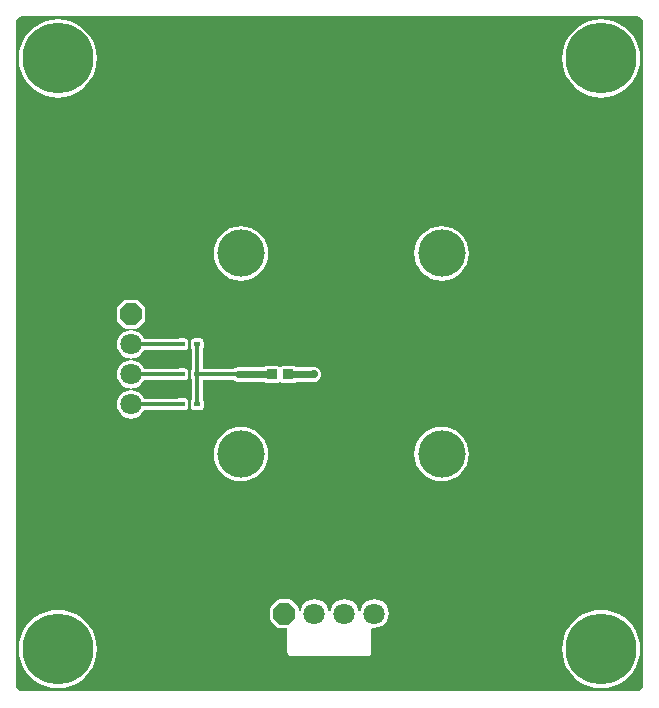
<source format=gbl>
G04 Layer_Physical_Order=2*
G04 Layer_Color=16711680*
%FSLAX44Y44*%
%MOMM*%
G71*
G01*
G75*
%ADD11C,0.6000*%
%ADD12C,4.0000*%
%ADD13P,1.9483X8X292.5*%
%ADD14C,1.8000*%
%ADD15P,1.9483X8X22.5*%
%ADD16C,6.0000*%
%ADD17C,0.7000*%
%ADD18R,0.8500X0.8500*%
%ADD19R,0.5000X0.4000*%
%ADD20C,0.3000*%
G36*
X537186Y585278D02*
X539040Y584040D01*
X540278Y582186D01*
X540680Y580167D01*
X540646Y580000D01*
Y20000D01*
X540680Y19833D01*
X540278Y17814D01*
X539040Y15960D01*
X537186Y14722D01*
X536199Y14526D01*
X535000Y14354D01*
Y14354D01*
X15000D01*
X14833Y14320D01*
X12814Y14722D01*
X10961Y15960D01*
X9722Y17814D01*
X9526Y18801D01*
X9354Y20000D01*
X9354D01*
Y580000D01*
X9320Y580167D01*
X9722Y582186D01*
X10961Y584040D01*
X12814Y585278D01*
X14833Y585680D01*
X15000Y585646D01*
X535000D01*
X535167Y585680D01*
X537186Y585278D01*
D02*
G37*
%LPC*%
G36*
X200000Y238111D02*
X195491Y237667D01*
X191156Y236352D01*
X187160Y234216D01*
X183658Y231342D01*
X180784Y227840D01*
X178648Y223844D01*
X177333Y219509D01*
X176889Y215000D01*
X177333Y210491D01*
X178648Y206156D01*
X180784Y202160D01*
X183658Y198658D01*
X187160Y195784D01*
X191156Y193648D01*
X195491Y192333D01*
X200000Y191889D01*
X204509Y192333D01*
X208844Y193648D01*
X212840Y195784D01*
X216342Y198658D01*
X219216Y202160D01*
X221352Y206156D01*
X222667Y210491D01*
X223111Y215000D01*
X222667Y219509D01*
X221352Y223844D01*
X219216Y227840D01*
X216342Y231342D01*
X212840Y234216D01*
X208844Y236352D01*
X204509Y237667D01*
X200000Y238111D01*
D02*
G37*
G36*
X370000D02*
X365491Y237667D01*
X361156Y236352D01*
X357160Y234216D01*
X353658Y231342D01*
X350784Y227840D01*
X348648Y223844D01*
X347333Y219509D01*
X346889Y215000D01*
X347333Y210491D01*
X348648Y206156D01*
X350784Y202160D01*
X353658Y198658D01*
X357160Y195784D01*
X361156Y193648D01*
X365491Y192333D01*
X370000Y191889D01*
X374509Y192333D01*
X378844Y193648D01*
X382840Y195784D01*
X386342Y198658D01*
X389216Y202160D01*
X391352Y206156D01*
X392667Y210491D01*
X393111Y215000D01*
X392667Y219509D01*
X391352Y223844D01*
X389216Y227840D01*
X386342Y231342D01*
X382840Y234216D01*
X378844Y236352D01*
X374509Y237667D01*
X370000Y238111D01*
D02*
G37*
G36*
X313100Y92104D02*
X309967Y91691D01*
X307048Y90482D01*
X304542Y88559D01*
X302618Y86052D01*
X301409Y83133D01*
X301116Y80905D01*
X301040Y80334D01*
X299760D01*
X299685Y80905D01*
X299391Y83133D01*
X298182Y86052D01*
X296259Y88559D01*
X293752Y90482D01*
X290833Y91691D01*
X287700Y92104D01*
X284567Y91691D01*
X281648Y90482D01*
X279142Y88559D01*
X277218Y86052D01*
X276009Y83133D01*
X275716Y80905D01*
X275641Y80334D01*
X274360D01*
X274284Y80905D01*
X273991Y83133D01*
X272782Y86052D01*
X270858Y88559D01*
X268352Y90482D01*
X265433Y91691D01*
X262300Y92104D01*
X259167Y91691D01*
X256248Y90482D01*
X253742Y88559D01*
X251818Y86052D01*
X250609Y83133D01*
X250362Y81255D01*
X249656Y80910D01*
X249029Y80862D01*
X248959Y80944D01*
Y84500D01*
X248959Y84500D01*
X248726Y85670D01*
X248063Y86663D01*
X243563Y91163D01*
X242571Y91826D01*
X241400Y92059D01*
X232400D01*
X232400Y92059D01*
X231229Y91826D01*
X230237Y91163D01*
X225737Y86663D01*
X225074Y85670D01*
X224841Y84500D01*
Y75500D01*
X224841Y75500D01*
X225074Y74330D01*
X225737Y73337D01*
X230237Y68837D01*
X231229Y68174D01*
X232400Y67941D01*
X238833D01*
X239441Y67200D01*
Y47200D01*
X239674Y46029D01*
X240337Y45037D01*
X241329Y44374D01*
X242500Y44141D01*
X307500D01*
X308671Y44374D01*
X309663Y45037D01*
X310326Y46029D01*
X310559Y47200D01*
Y66950D01*
X311352Y68046D01*
X311418Y68118D01*
X313100Y67896D01*
X316233Y68309D01*
X319152Y69518D01*
X321659Y71441D01*
X323582Y73948D01*
X324791Y76867D01*
X325204Y80000D01*
X324791Y83133D01*
X323582Y86052D01*
X321659Y88559D01*
X319152Y90482D01*
X316233Y91691D01*
X313100Y92104D01*
D02*
G37*
G36*
X45000Y83102D02*
X39822Y82695D01*
X34771Y81482D01*
X29972Y79494D01*
X25543Y76780D01*
X21593Y73407D01*
X18220Y69457D01*
X15506Y65028D01*
X13518Y60229D01*
X12306Y55178D01*
X11898Y50000D01*
X12306Y44822D01*
X13518Y39771D01*
X15506Y34972D01*
X18220Y30543D01*
X21593Y26593D01*
X25543Y23220D01*
X29972Y20506D01*
X34771Y18518D01*
X39822Y17306D01*
X45000Y16898D01*
X50178Y17306D01*
X55229Y18518D01*
X60028Y20506D01*
X64457Y23220D01*
X68407Y26593D01*
X71780Y30543D01*
X74494Y34972D01*
X76482Y39771D01*
X77695Y44822D01*
X78102Y50000D01*
X77695Y55178D01*
X76482Y60229D01*
X74494Y65028D01*
X71780Y69457D01*
X68407Y73407D01*
X64457Y76780D01*
X60028Y79494D01*
X55229Y81482D01*
X50178Y82695D01*
X45000Y83102D01*
D02*
G37*
G36*
X505000D02*
X499822Y82695D01*
X494771Y81482D01*
X489972Y79494D01*
X485543Y76780D01*
X481593Y73407D01*
X478220Y69457D01*
X475506Y65028D01*
X473518Y60229D01*
X472306Y55178D01*
X471898Y50000D01*
X472306Y44822D01*
X473518Y39771D01*
X475506Y34972D01*
X478220Y30543D01*
X481593Y26593D01*
X485543Y23220D01*
X489972Y20506D01*
X494771Y18518D01*
X499822Y17306D01*
X505000Y16898D01*
X510178Y17306D01*
X515229Y18518D01*
X520028Y20506D01*
X524457Y23220D01*
X528407Y26593D01*
X531780Y30543D01*
X534494Y34972D01*
X536482Y39771D01*
X537695Y44822D01*
X538102Y50000D01*
X537695Y55178D01*
X536482Y60229D01*
X534494Y65028D01*
X531780Y69457D01*
X528407Y73407D01*
X524457Y76780D01*
X520028Y79494D01*
X515229Y81482D01*
X510178Y82695D01*
X505000Y83102D01*
D02*
G37*
G36*
X165500Y313059D02*
X160500D01*
X159330Y312826D01*
X158337Y312163D01*
X157674Y311171D01*
X157441Y310000D01*
Y306000D01*
X157674Y304830D01*
X158337Y303837D01*
X158412Y303787D01*
Y286713D01*
X158337Y286663D01*
X157674Y285671D01*
X157441Y284500D01*
Y280500D01*
X157674Y279329D01*
X158337Y278337D01*
X158412Y278287D01*
Y261463D01*
X158337Y261413D01*
X157674Y260420D01*
X157441Y259250D01*
Y255250D01*
X157674Y254079D01*
X158337Y253087D01*
X159330Y252424D01*
X160500Y252191D01*
X165500D01*
X166671Y252424D01*
X167663Y253087D01*
X168326Y254079D01*
X168559Y255250D01*
Y259250D01*
X168326Y260420D01*
X167663Y261413D01*
X167588Y261463D01*
Y277912D01*
X193317D01*
X194909Y276848D01*
X197250Y276383D01*
X219640D01*
X219837Y276087D01*
X220830Y275424D01*
X222000Y275191D01*
X230500D01*
X231671Y275424D01*
X232663Y276087D01*
X233837D01*
X234830Y275424D01*
X236000Y275191D01*
X244500D01*
X245671Y275424D01*
X246663Y276087D01*
X246860Y276383D01*
X259284D01*
X259803Y276167D01*
X261500Y275944D01*
X263197Y276167D01*
X264778Y276822D01*
X266136Y277864D01*
X267178Y279222D01*
X267833Y280803D01*
X268056Y282500D01*
X267833Y284197D01*
X267178Y285778D01*
X266136Y287136D01*
X264778Y288178D01*
X263197Y288833D01*
X261500Y289056D01*
X259803Y288833D01*
X259284Y288617D01*
X246860D01*
X246663Y288913D01*
X245671Y289576D01*
X244500Y289809D01*
X236000D01*
X234830Y289576D01*
X233837Y288913D01*
X232663D01*
X231671Y289576D01*
X230500Y289809D01*
X222000D01*
X220830Y289576D01*
X219837Y288913D01*
X219640Y288617D01*
X197250D01*
X194909Y288152D01*
X193317Y287088D01*
X167588D01*
Y303787D01*
X167663Y303837D01*
X168326Y304830D01*
X168559Y306000D01*
Y310000D01*
X168326Y311171D01*
X167663Y312163D01*
X166671Y312826D01*
X165500Y313059D01*
D02*
G37*
G36*
X45000Y583102D02*
X39822Y582695D01*
X34771Y581482D01*
X29972Y579494D01*
X25543Y576780D01*
X21593Y573407D01*
X18220Y569457D01*
X15506Y565028D01*
X13518Y560229D01*
X12306Y555178D01*
X11898Y550000D01*
X12306Y544822D01*
X13518Y539771D01*
X15506Y534972D01*
X18220Y530543D01*
X21593Y526593D01*
X25543Y523220D01*
X29972Y520506D01*
X34771Y518518D01*
X39822Y517305D01*
X45000Y516898D01*
X50178Y517305D01*
X55229Y518518D01*
X60028Y520506D01*
X64457Y523220D01*
X68407Y526593D01*
X71780Y530543D01*
X74494Y534972D01*
X76482Y539771D01*
X77695Y544822D01*
X78102Y550000D01*
X77695Y555178D01*
X76482Y560229D01*
X74494Y565028D01*
X71780Y569457D01*
X68407Y573407D01*
X64457Y576780D01*
X60028Y579494D01*
X55229Y581482D01*
X50178Y582695D01*
X45000Y583102D01*
D02*
G37*
G36*
X505000D02*
X499822Y582695D01*
X494771Y581482D01*
X489972Y579494D01*
X485543Y576780D01*
X481593Y573407D01*
X478220Y569457D01*
X475506Y565028D01*
X473518Y560229D01*
X472306Y555178D01*
X471898Y550000D01*
X472306Y544822D01*
X473518Y539771D01*
X475506Y534972D01*
X478220Y530543D01*
X481593Y526593D01*
X485543Y523220D01*
X489972Y520506D01*
X494771Y518518D01*
X499822Y517305D01*
X505000Y516898D01*
X510178Y517305D01*
X515229Y518518D01*
X520028Y520506D01*
X524457Y523220D01*
X528407Y526593D01*
X531780Y530543D01*
X534494Y534972D01*
X536482Y539771D01*
X537695Y544822D01*
X538102Y550000D01*
X537695Y555178D01*
X536482Y560229D01*
X534494Y565028D01*
X531780Y569457D01*
X528407Y573407D01*
X524457Y576780D01*
X520028Y579494D01*
X515229Y581482D01*
X510178Y582695D01*
X505000Y583102D01*
D02*
G37*
G36*
X370000Y408111D02*
X365491Y407667D01*
X361156Y406352D01*
X357160Y404216D01*
X353658Y401342D01*
X350784Y397840D01*
X348648Y393844D01*
X347333Y389509D01*
X346889Y385000D01*
X347333Y380491D01*
X348648Y376156D01*
X350784Y372160D01*
X353658Y368658D01*
X357160Y365784D01*
X361156Y363648D01*
X365491Y362333D01*
X370000Y361889D01*
X374509Y362333D01*
X378844Y363648D01*
X382840Y365784D01*
X386342Y368658D01*
X389216Y372160D01*
X391352Y376156D01*
X392667Y380491D01*
X393111Y385000D01*
X392667Y389509D01*
X391352Y393844D01*
X389216Y397840D01*
X386342Y401342D01*
X382840Y404216D01*
X378844Y406352D01*
X374509Y407667D01*
X370000Y408111D01*
D02*
G37*
G36*
X102500Y345409D02*
X101329Y345176D01*
X100337Y344513D01*
X95837Y340013D01*
X95174Y339021D01*
X94941Y337850D01*
Y328850D01*
X94941Y328850D01*
X95174Y327679D01*
X95837Y326687D01*
X100337Y322187D01*
X101329Y321524D01*
X102500Y321291D01*
X106671D01*
X106755Y320021D01*
X106038Y319927D01*
X103867Y319641D01*
X100948Y318432D01*
X98442Y316509D01*
X96518Y314002D01*
X95309Y311083D01*
X94896Y307950D01*
X95309Y304817D01*
X96518Y301898D01*
X98442Y299391D01*
X100948Y297468D01*
X103867Y296259D01*
X106095Y295966D01*
X106666Y295890D01*
Y294610D01*
X106096Y294534D01*
X103867Y294241D01*
X100948Y293032D01*
X98442Y291108D01*
X96518Y288602D01*
X95309Y285683D01*
X94896Y282550D01*
X95309Y279417D01*
X96518Y276498D01*
X98442Y273992D01*
X100948Y272068D01*
X103867Y270859D01*
X106095Y270566D01*
X106666Y270490D01*
Y269210D01*
X106096Y269134D01*
X103867Y268841D01*
X100948Y267632D01*
X98442Y265709D01*
X96518Y263202D01*
X95309Y260283D01*
X94896Y257150D01*
X95309Y254017D01*
X96518Y251098D01*
X98442Y248591D01*
X100948Y246668D01*
X103867Y245459D01*
X107000Y245047D01*
X110133Y245459D01*
X113052Y246668D01*
X115559Y248591D01*
X117482Y251098D01*
X118088Y252562D01*
X146123D01*
X146329Y252424D01*
X147500Y252191D01*
X152500D01*
X153671Y252424D01*
X154663Y253087D01*
X155326Y254079D01*
X155559Y255250D01*
Y259250D01*
X155326Y260420D01*
X154663Y261413D01*
X153671Y262076D01*
X152500Y262309D01*
X147500D01*
X146329Y262076D01*
X145824Y261738D01*
X118088D01*
X117482Y263202D01*
X115559Y265709D01*
X113052Y267632D01*
X110133Y268841D01*
X107905Y269134D01*
X107334Y269210D01*
Y270490D01*
X107905Y270566D01*
X110133Y270859D01*
X113052Y272068D01*
X115559Y273992D01*
X117482Y276498D01*
X118088Y277962D01*
X145899D01*
X146329Y277674D01*
X147500Y277441D01*
X152500D01*
X153671Y277674D01*
X154663Y278337D01*
X155326Y279329D01*
X155559Y280500D01*
Y284500D01*
X155326Y285671D01*
X154663Y286663D01*
X153671Y287326D01*
X152500Y287559D01*
X147500D01*
X146329Y287326D01*
X146048Y287138D01*
X118088D01*
X117482Y288602D01*
X115559Y291108D01*
X113052Y293032D01*
X110133Y294241D01*
X107905Y294534D01*
X107334Y294610D01*
Y295890D01*
X107905Y295966D01*
X110133Y296259D01*
X113052Y297468D01*
X115559Y299391D01*
X117482Y301898D01*
X118088Y303362D01*
X146048D01*
X146329Y303174D01*
X147500Y302941D01*
X152500D01*
X153671Y303174D01*
X154663Y303837D01*
X155326Y304830D01*
X155559Y306000D01*
Y310000D01*
X155326Y311171D01*
X154663Y312163D01*
X153671Y312826D01*
X152500Y313059D01*
X147500D01*
X146329Y312826D01*
X145899Y312538D01*
X118088D01*
X117482Y314002D01*
X115559Y316509D01*
X113052Y318432D01*
X110133Y319641D01*
X107962Y319927D01*
X107245Y320021D01*
X107329Y321291D01*
X111500D01*
X111500Y321291D01*
X112671Y321524D01*
X113663Y322187D01*
X118163Y326687D01*
X118826Y327679D01*
X119059Y328850D01*
Y337850D01*
X119059Y337850D01*
X118826Y339021D01*
X118163Y340013D01*
X113663Y344513D01*
X112671Y345176D01*
X111500Y345409D01*
X102500D01*
X102500Y345409D01*
D02*
G37*
G36*
X200000Y408111D02*
X195491Y407667D01*
X191156Y406352D01*
X187160Y404216D01*
X183658Y401342D01*
X180784Y397840D01*
X178648Y393844D01*
X177333Y389509D01*
X176889Y385000D01*
X177333Y380491D01*
X178648Y376156D01*
X180784Y372160D01*
X183658Y368658D01*
X187160Y365784D01*
X191156Y363648D01*
X195491Y362333D01*
X200000Y361889D01*
X204509Y362333D01*
X208844Y363648D01*
X212840Y365784D01*
X216342Y368658D01*
X219216Y372160D01*
X221352Y376156D01*
X222667Y380491D01*
X223111Y385000D01*
X222667Y389509D01*
X221352Y393844D01*
X219216Y397840D01*
X216342Y401342D01*
X212840Y404216D01*
X208844Y406352D01*
X204509Y407667D01*
X200000Y408111D01*
D02*
G37*
%LPD*%
D11*
X240250Y282500D02*
X261500D01*
X197250D02*
X226250D01*
D12*
X370000Y215000D02*
D03*
Y385000D02*
D03*
X200000D02*
D03*
Y215000D02*
D03*
D13*
X107000Y333350D02*
D03*
D14*
Y307950D02*
D03*
Y282550D02*
D03*
Y257150D02*
D03*
X313100Y80000D02*
D03*
X287700D02*
D03*
X262300D02*
D03*
D15*
X236900D02*
D03*
D16*
X505000Y550000D02*
D03*
X45000D02*
D03*
Y50000D02*
D03*
X505000D02*
D03*
D17*
X261500Y282500D02*
D03*
D18*
X226250D02*
D03*
X240250D02*
D03*
D19*
X150000D02*
D03*
X163000D02*
D03*
X150000Y308000D02*
D03*
X163000D02*
D03*
X150000Y257250D02*
D03*
X163000D02*
D03*
D20*
Y282500D02*
X197250D01*
X163000D02*
Y308000D01*
Y257250D02*
Y282500D01*
X149900Y257150D02*
X150000Y257250D01*
X107000Y257150D02*
X149900D01*
X149950Y282550D02*
X150000Y282500D01*
X107000Y282550D02*
X149950D01*
X149950Y307950D02*
X150000Y308000D01*
X107000Y307950D02*
X149950D01*
M02*

</source>
